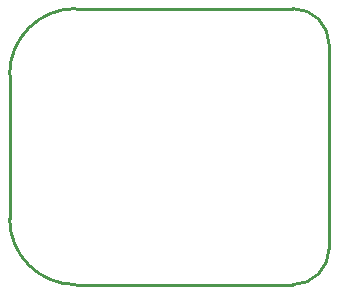
<source format=gbr>
G04 start of page 6 for group 4 idx 4 *
G04 Title: (unknown), outline *
G04 Creator: pcb 20110918 *
G04 CreationDate: Fri Sep 12 16:05:54 2014 UTC *
G04 For: fosse *
G04 Format: Gerber/RS-274X *
G04 PCB-Dimensions: 300000 300000 *
G04 PCB-Coordinate-Origin: lower left *
%MOIN*%
%FSLAX25Y25*%
%LNOUTLINE*%
%ADD50C,0.0100*%
G54D50*X2000Y276000D02*Y228000D01*
X24000Y298000D02*X96500D01*
X24000Y206000D02*X96500D01*
X108500Y286000D02*Y218000D01*
X24000Y298000D02*G75*G03X2000Y276000I0J-22000D01*G01*
Y228000D02*G75*G03X24000Y206000I22000J0D01*G01*
X96500Y298000D02*G75*G02X108500Y286000I0J-12000D01*G01*
Y218000D02*G75*G02X96500Y206000I-12000J0D01*G01*
M02*

</source>
